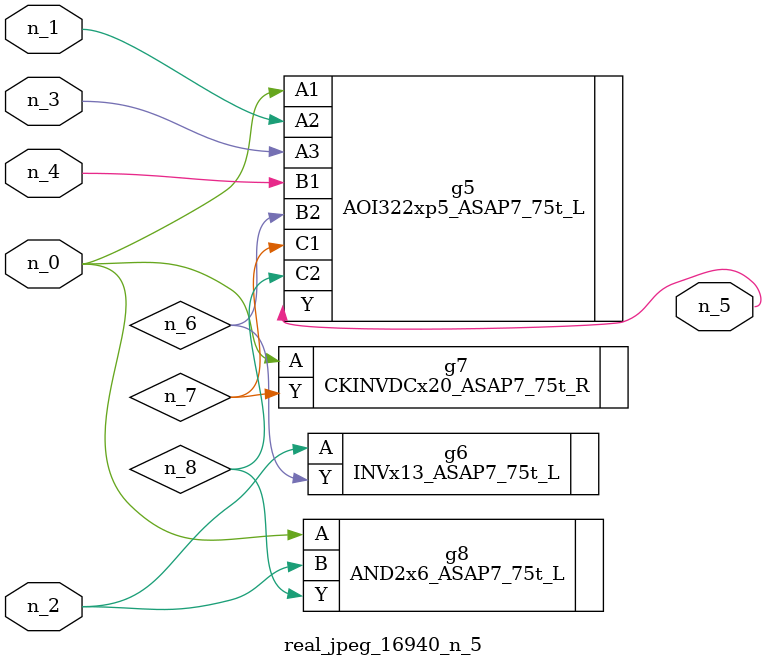
<source format=v>
module real_jpeg_16940_n_5 (n_4, n_0, n_1, n_2, n_3, n_5);

input n_4;
input n_0;
input n_1;
input n_2;
input n_3;

output n_5;

wire n_8;
wire n_6;
wire n_7;

AOI322xp5_ASAP7_75t_L g5 ( 
.A1(n_0),
.A2(n_1),
.A3(n_3),
.B1(n_4),
.B2(n_6),
.C1(n_7),
.C2(n_8),
.Y(n_5)
);

CKINVDCx20_ASAP7_75t_R g7 ( 
.A(n_0),
.Y(n_7)
);

AND2x6_ASAP7_75t_L g8 ( 
.A(n_0),
.B(n_2),
.Y(n_8)
);

INVx13_ASAP7_75t_L g6 ( 
.A(n_2),
.Y(n_6)
);


endmodule
</source>
